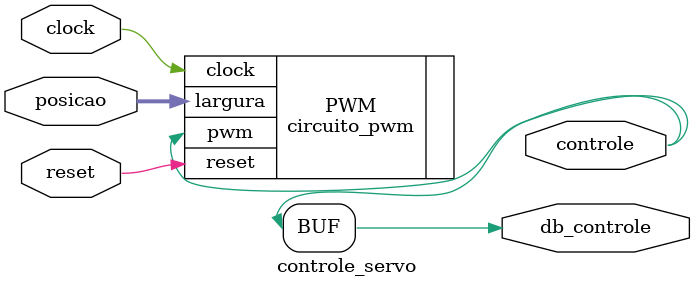
<source format=v>
module controle_servo (
 input wire clock,
 input wire reset,
 input wire [1:0] posicao,
 output wire controle,
 output wire db_controle
);


	circuito_pwm #(           
        .conf_periodo(1000000), 
        .largura_00  (0),  
        .largura_01  (50000),  
        .largura_10  (75000),  
        .largura_11  (100000)   
    ) PWM (
        .clock   (clock),
        .reset   (reset),
        .largura (posicao),
        .pwm     (controle)
    );
    
    assign db_controle = controle;



endmodule
</source>
